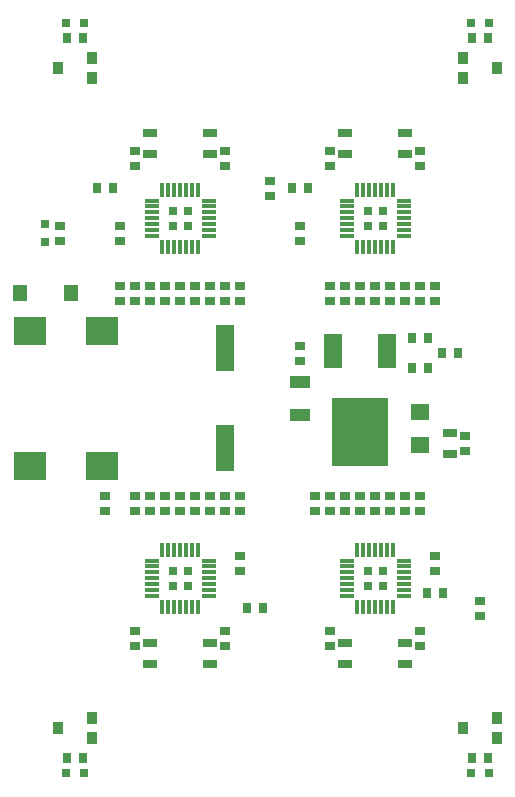
<source format=gbr>
G04 EAGLE Gerber RS-274X export*
G75*
%MOMM*%
%FSLAX34Y34*%
%LPD*%
%INSolderpaste Top*%
%IPPOS*%
%AMOC8*
5,1,8,0,0,1.08239X$1,22.5*%
G01*
%ADD10R,1.150000X0.300000*%
%ADD11R,0.300000X1.150000*%
%ADD12R,0.762000X0.762000*%
%ADD13R,0.900000X0.700000*%
%ADD14R,0.700000X0.900000*%
%ADD15R,0.800000X0.800000*%
%ADD16R,1.600000X3.000000*%
%ADD17R,4.826000X5.715000*%
%ADD18R,1.800000X1.000000*%
%ADD19R,1.600000X3.900000*%
%ADD20R,1.270000X1.470000*%
%ADD21R,1.600000X1.400000*%
%ADD22R,1.200000X0.800000*%
%ADD23R,0.900000X1.000000*%
%ADD24R,0.900000X1.100000*%
%ADD25R,2.800000X2.400000*%


D10*
X141100Y497600D03*
X141100Y492600D03*
X141100Y487600D03*
X141100Y482600D03*
X141100Y477600D03*
X141100Y472600D03*
X141100Y467600D03*
D11*
X150100Y458600D03*
X155100Y458600D03*
X160100Y458600D03*
X165100Y458600D03*
X170100Y458600D03*
X175100Y458600D03*
X180100Y458600D03*
D10*
X189100Y467600D03*
X189100Y472600D03*
X189100Y477600D03*
X189100Y482600D03*
X189100Y487600D03*
X189100Y492600D03*
X189100Y497600D03*
D11*
X180100Y506600D03*
X175100Y506600D03*
X170100Y506600D03*
X165100Y506600D03*
X160100Y506600D03*
X155100Y506600D03*
X150100Y506600D03*
D12*
X158750Y488950D03*
X171450Y488950D03*
X158750Y476250D03*
X171450Y476250D03*
D13*
X406400Y298600D03*
X406400Y285600D03*
D14*
X361800Y355600D03*
X374800Y355600D03*
D15*
X83700Y647700D03*
X68700Y647700D03*
D16*
X340300Y370600D03*
X294700Y370600D03*
D17*
X317500Y301620D03*
D18*
X266700Y316200D03*
X266700Y344200D03*
D19*
X203200Y372700D03*
X203200Y287700D03*
D20*
X29300Y419100D03*
X72300Y419100D03*
D14*
X374800Y381000D03*
X361800Y381000D03*
D21*
X368300Y290800D03*
X368300Y318800D03*
D22*
X393700Y301100D03*
X393700Y283100D03*
D13*
X266700Y361800D03*
X266700Y374800D03*
D23*
X90700Y601100D03*
X90700Y618100D03*
D24*
X61700Y609600D03*
D13*
X114300Y476400D03*
X114300Y463400D03*
D22*
X190500Y555100D03*
X190500Y537100D03*
X139700Y555100D03*
X139700Y537100D03*
D13*
X114300Y425600D03*
X114300Y412600D03*
X127000Y425600D03*
X127000Y412600D03*
X190500Y425600D03*
X190500Y412600D03*
X215900Y412600D03*
X215900Y425600D03*
X127000Y526900D03*
X127000Y539900D03*
X203200Y526900D03*
X203200Y539900D03*
D14*
X82700Y635000D03*
X69700Y635000D03*
D13*
X165100Y412600D03*
X165100Y425600D03*
D10*
X189100Y162800D03*
X189100Y167800D03*
X189100Y172800D03*
X189100Y177800D03*
X189100Y182800D03*
X189100Y187800D03*
X189100Y192800D03*
D11*
X180100Y201800D03*
X175100Y201800D03*
X170100Y201800D03*
X165100Y201800D03*
X160100Y201800D03*
X155100Y201800D03*
X150100Y201800D03*
D10*
X141100Y192800D03*
X141100Y187800D03*
X141100Y182800D03*
X141100Y177800D03*
X141100Y172800D03*
X141100Y167800D03*
X141100Y162800D03*
D11*
X150100Y153800D03*
X155100Y153800D03*
X160100Y153800D03*
X165100Y153800D03*
X170100Y153800D03*
X175100Y153800D03*
X180100Y153800D03*
D12*
X171450Y171450D03*
X158750Y171450D03*
X171450Y184150D03*
X158750Y184150D03*
D15*
X83700Y12700D03*
X68700Y12700D03*
D23*
X90700Y42300D03*
X90700Y59300D03*
D24*
X61700Y50800D03*
D13*
X215900Y184000D03*
X215900Y197000D03*
D22*
X139700Y105300D03*
X139700Y123300D03*
X190500Y105300D03*
X190500Y123300D03*
D13*
X215900Y234800D03*
X215900Y247800D03*
X203200Y234800D03*
X203200Y247800D03*
X139700Y234800D03*
X139700Y247800D03*
X101600Y247800D03*
X101600Y234800D03*
X203200Y133500D03*
X203200Y120500D03*
X127000Y133500D03*
X127000Y120500D03*
D14*
X82700Y25400D03*
X69700Y25400D03*
D13*
X127000Y247800D03*
X127000Y234800D03*
D10*
X354200Y162800D03*
X354200Y167800D03*
X354200Y172800D03*
X354200Y177800D03*
X354200Y182800D03*
X354200Y187800D03*
X354200Y192800D03*
D11*
X345200Y201800D03*
X340200Y201800D03*
X335200Y201800D03*
X330200Y201800D03*
X325200Y201800D03*
X320200Y201800D03*
X315200Y201800D03*
D10*
X306200Y192800D03*
X306200Y187800D03*
X306200Y182800D03*
X306200Y177800D03*
X306200Y172800D03*
X306200Y167800D03*
X306200Y162800D03*
D11*
X315200Y153800D03*
X320200Y153800D03*
X325200Y153800D03*
X330200Y153800D03*
X335200Y153800D03*
X340200Y153800D03*
X345200Y153800D03*
D12*
X336550Y171450D03*
X323850Y171450D03*
X336550Y184150D03*
X323850Y184150D03*
D15*
X426600Y12700D03*
X411600Y12700D03*
D23*
X433600Y42300D03*
X433600Y59300D03*
D24*
X404600Y50800D03*
D13*
X381000Y184000D03*
X381000Y197000D03*
D22*
X304800Y105300D03*
X304800Y123300D03*
X355600Y105300D03*
X355600Y123300D03*
D13*
X419100Y158900D03*
X419100Y145900D03*
X368300Y234800D03*
X368300Y247800D03*
X304800Y234800D03*
X304800Y247800D03*
X279400Y234800D03*
X279400Y247800D03*
X292100Y133500D03*
X292100Y120500D03*
X368300Y133500D03*
X368300Y120500D03*
D14*
X425600Y25400D03*
X412600Y25400D03*
D13*
X292100Y247800D03*
X292100Y234800D03*
D10*
X306200Y497600D03*
X306200Y492600D03*
X306200Y487600D03*
X306200Y482600D03*
X306200Y477600D03*
X306200Y472600D03*
X306200Y467600D03*
D11*
X315200Y458600D03*
X320200Y458600D03*
X325200Y458600D03*
X330200Y458600D03*
X335200Y458600D03*
X340200Y458600D03*
X345200Y458600D03*
D10*
X354200Y467600D03*
X354200Y472600D03*
X354200Y477600D03*
X354200Y482600D03*
X354200Y487600D03*
X354200Y492600D03*
X354200Y497600D03*
D11*
X345200Y506600D03*
X340200Y506600D03*
X335200Y506600D03*
X330200Y506600D03*
X325200Y506600D03*
X320200Y506600D03*
X315200Y506600D03*
D12*
X323850Y488950D03*
X336550Y488950D03*
X323850Y476250D03*
X336550Y476250D03*
D15*
X411600Y647700D03*
X426600Y647700D03*
D23*
X404600Y618100D03*
X404600Y601100D03*
D24*
X433600Y609600D03*
D13*
X266700Y476400D03*
X266700Y463400D03*
D22*
X355600Y555100D03*
X355600Y537100D03*
X304800Y555100D03*
X304800Y537100D03*
D13*
X241300Y501500D03*
X241300Y514500D03*
X292100Y425600D03*
X292100Y412600D03*
X355600Y425600D03*
X355600Y412600D03*
X381000Y425600D03*
X381000Y412600D03*
X292100Y526900D03*
X292100Y539900D03*
X368300Y526900D03*
X368300Y539900D03*
D14*
X412600Y635000D03*
X425600Y635000D03*
D13*
X368300Y412600D03*
X368300Y425600D03*
X152400Y412600D03*
X152400Y425600D03*
X139700Y412600D03*
X139700Y425600D03*
X177800Y412600D03*
X177800Y425600D03*
X203200Y412600D03*
X203200Y425600D03*
D14*
X400200Y368300D03*
X387200Y368300D03*
D15*
X50800Y462400D03*
X50800Y477400D03*
D13*
X63500Y476400D03*
X63500Y463400D03*
X342900Y412600D03*
X342900Y425600D03*
X304800Y412600D03*
X304800Y425600D03*
X317500Y412600D03*
X317500Y425600D03*
X330200Y412600D03*
X330200Y425600D03*
X165100Y247800D03*
X165100Y234800D03*
X177800Y247800D03*
X177800Y234800D03*
X190500Y247800D03*
X190500Y234800D03*
X152400Y247800D03*
X152400Y234800D03*
X330200Y247800D03*
X330200Y234800D03*
X342900Y247800D03*
X342900Y234800D03*
X355600Y247800D03*
X355600Y234800D03*
X317500Y247800D03*
X317500Y234800D03*
D25*
X38100Y387200D03*
X38100Y273200D03*
X99100Y387200D03*
X99100Y273200D03*
D14*
X260200Y508000D03*
X273200Y508000D03*
X95100Y508000D03*
X108100Y508000D03*
X235100Y152400D03*
X222100Y152400D03*
X387500Y165100D03*
X374500Y165100D03*
M02*

</source>
